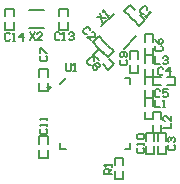
<source format=gto>
G04 Layer_Color=65535*
%FSLAX24Y24*%
%MOIN*%
G70*
G01*
G75*
%ADD21C,0.0060*%
%ADD27C,0.0098*%
%ADD28C,0.0079*%
%ADD29C,0.0050*%
D21*
X1173Y3220D02*
X1270Y3123D01*
X212Y2900D02*
X630Y3318D01*
X311Y2370D02*
X414Y2267D01*
X950Y2162D02*
X1365Y2577D01*
X1473Y2922D02*
X1668Y3117D01*
X972Y3423D02*
X1167Y3618D01*
X1348Y3437D01*
X1487Y3298D02*
X1668Y3117D01*
X972Y3423D02*
X1153Y3242D01*
X1292Y3103D02*
X1473Y2922D01*
X-78Y2373D02*
X117Y2568D01*
X423Y1872D02*
X618Y2067D01*
X242Y2053D02*
X423Y1872D01*
X-78Y2373D02*
X103Y2192D01*
X437Y2248D02*
X618Y2067D01*
X117Y2568D02*
X298Y2387D01*
X2082Y-1354D02*
X2358D01*
X2082Y-646D02*
X2358D01*
Y-902D02*
Y-646D01*
Y-1354D02*
Y-1098D01*
X2082Y-902D02*
Y-646D01*
Y-1354D02*
Y-1098D01*
X2654Y952D02*
Y1228D01*
X1946Y952D02*
Y1228D01*
X2202D01*
X2398D02*
X2654D01*
X1946Y952D02*
X2202D01*
X2398D02*
X2654D01*
X1652Y1224D02*
X1928D01*
X1652Y516D02*
X1928D01*
X1652D02*
Y772D01*
Y968D02*
Y1224D01*
X1928Y516D02*
Y772D01*
Y968D02*
Y1224D01*
X1652Y2644D02*
X1928D01*
X1652Y1936D02*
X1928D01*
X1652D02*
Y2192D01*
Y2388D02*
Y2644D01*
X1928Y1936D02*
Y2192D01*
Y2388D02*
Y2644D01*
X-1858Y1472D02*
X-1582D01*
X-1858Y764D02*
X-1582D01*
X-1858D02*
Y1020D01*
Y1217D02*
Y1472D01*
X-1582Y764D02*
Y1020D01*
Y1217D02*
Y1472D01*
X-58Y1953D02*
X137Y2148D01*
X443Y1452D02*
X638Y1647D01*
X262Y1633D02*
X443Y1452D01*
X-58Y1953D02*
X123Y1772D01*
X457Y1828D02*
X638Y1647D01*
X137Y2148D02*
X318Y1967D01*
X1152Y2074D02*
X1428D01*
X1152Y1366D02*
X1428D01*
X1152D02*
Y1622D01*
Y1818D02*
Y2074D01*
X1428Y1366D02*
Y1622D01*
Y1818D02*
Y2074D01*
X1702Y-1354D02*
X1978D01*
X1702Y-646D02*
X1978D01*
Y-902D02*
Y-646D01*
Y-1354D02*
Y-1098D01*
X1702Y-902D02*
Y-646D01*
Y-1354D02*
Y-1098D01*
X-1858Y-1474D02*
X-1582D01*
X-1858Y-766D02*
X-1582D01*
Y-1022D02*
Y-766D01*
Y-1474D02*
Y-1218D01*
X-1858Y-1022D02*
Y-766D01*
Y-1474D02*
Y-1218D01*
X-1188Y2786D02*
X-912D01*
X-1188Y3494D02*
X-912D01*
Y3238D02*
Y3494D01*
Y2786D02*
Y3042D01*
X-1188Y3238D02*
Y3494D01*
Y2786D02*
Y3042D01*
X-2988Y2786D02*
X-2712D01*
X-2988Y3494D02*
X-2712D01*
Y3238D02*
Y3494D01*
Y2786D02*
Y3042D01*
X-2988Y3238D02*
Y3494D01*
Y2786D02*
Y3042D01*
X1928Y258D02*
Y514D01*
Y-194D02*
Y62D01*
X1652Y258D02*
Y514D01*
Y-194D02*
Y62D01*
Y-194D02*
X1928D01*
X1652Y514D02*
X1928D01*
X2208Y-192D02*
Y64D01*
Y-644D02*
Y-388D01*
X1932Y-192D02*
Y64D01*
Y-644D02*
Y-388D01*
Y-644D02*
X2208D01*
X1932Y64D02*
X2208D01*
X1928Y1678D02*
Y1934D01*
Y1226D02*
Y1482D01*
X1652Y1678D02*
Y1934D01*
Y1226D02*
Y1482D01*
Y1226D02*
X1928D01*
X1652Y1934D02*
X1928D01*
X652Y-1486D02*
X948D01*
X652Y-2174D02*
X948D01*
X652D02*
Y-1928D01*
Y-1732D02*
Y-1486D01*
X948Y-2174D02*
Y-1928D01*
Y-1732D02*
Y-1486D01*
D27*
X-1486Y866D02*
G03*
X-1486Y866I-49J0D01*
G01*
D28*
X-1181Y-1181D02*
Y-984D01*
Y-1181D02*
X-984D01*
X984D02*
X1181D01*
Y-984D01*
Y984D02*
Y1181D01*
X984D02*
X1181D01*
X-1181Y984D02*
X-984Y1181D01*
X-2186Y2845D02*
X-1714D01*
X-2186Y3435D02*
X-1714D01*
D29*
X-2170Y2700D02*
X-2003Y2450D01*
Y2700D02*
X-2170Y2450D01*
X-1753D02*
X-1920D01*
X-1753Y2617D01*
Y2658D01*
X-1795Y2700D01*
X-1878D01*
X-1920Y2658D01*
X-2833Y2638D02*
X-2875Y2680D01*
X-2958D01*
X-3000Y2638D01*
Y2472D01*
X-2958Y2430D01*
X-2875D01*
X-2833Y2472D01*
X-2750Y2430D02*
X-2667D01*
X-2708D01*
Y2680D01*
X-2750Y2638D01*
X-2417Y2430D02*
Y2680D01*
X-2542Y2555D01*
X-2375D01*
X-1173Y2658D02*
X-1215Y2700D01*
X-1298D01*
X-1340Y2658D01*
Y2492D01*
X-1298Y2450D01*
X-1215D01*
X-1173Y2492D01*
X-1090Y2450D02*
X-1007D01*
X-1048D01*
Y2700D01*
X-1090Y2658D01*
X-882D02*
X-840Y2700D01*
X-757D01*
X-715Y2658D01*
Y2617D01*
X-757Y2575D01*
X-799D01*
X-757D01*
X-715Y2533D01*
Y2492D01*
X-757Y2450D01*
X-840D01*
X-882Y2492D01*
X2000Y1900D02*
Y1650D01*
X2167D01*
X2250Y1858D02*
X2292Y1900D01*
X2375D01*
X2417Y1858D01*
Y1817D01*
X2375Y1775D01*
X2333D01*
X2375D01*
X2417Y1733D01*
Y1692D01*
X2375Y1650D01*
X2292D01*
X2250Y1692D01*
X2280Y-500D02*
X2530D01*
Y-333D01*
Y-83D02*
Y-250D01*
X2363Y-83D01*
X2322D01*
X2280Y-125D01*
Y-208D01*
X2322Y-250D01*
X2000Y450D02*
Y200D01*
X2167D01*
X2250D02*
X2333D01*
X2292D01*
Y450D01*
X2250Y408D01*
X2042Y2247D02*
X2000Y2205D01*
Y2122D01*
X2042Y2080D01*
X2208D01*
X2250Y2122D01*
Y2205D01*
X2208Y2247D01*
X2000Y2497D02*
X2042Y2413D01*
X2125Y2330D01*
X2208D01*
X2250Y2372D01*
Y2455D01*
X2208Y2497D01*
X2167D01*
X2125Y2455D01*
Y2330D01*
X2167Y758D02*
X2125Y800D01*
X2042D01*
X2000Y758D01*
Y592D01*
X2042Y550D01*
X2125D01*
X2167Y592D01*
X2417Y800D02*
X2250D01*
Y675D01*
X2333Y717D01*
X2375D01*
X2417Y675D01*
Y592D01*
X2375Y550D01*
X2292D01*
X2250Y592D01*
X2462Y-1043D02*
X2420Y-1085D01*
Y-1168D01*
X2462Y-1210D01*
X2628D01*
X2670Y-1168D01*
Y-1085D01*
X2628Y-1043D01*
X2462Y-960D02*
X2420Y-918D01*
Y-835D01*
X2462Y-793D01*
X2503D01*
X2545Y-835D01*
Y-877D01*
Y-835D01*
X2587Y-793D01*
X2628D01*
X2670Y-835D01*
Y-918D01*
X2628Y-960D01*
X2277Y1498D02*
X2235Y1540D01*
X2152D01*
X2110Y1498D01*
Y1332D01*
X2152Y1290D01*
X2235D01*
X2277Y1332D01*
X2485Y1290D02*
Y1540D01*
X2360Y1415D01*
X2527D01*
X-165Y2769D02*
Y2828D01*
X-224Y2887D01*
X-283D01*
X-401Y2769D01*
Y2711D01*
X-342Y2652D01*
X-283D01*
X-135Y2445D02*
X-253Y2563D01*
X-18D01*
X12Y2593D01*
Y2652D01*
X-47Y2711D01*
X-106D01*
X872Y1787D02*
X830Y1745D01*
Y1662D01*
X872Y1620D01*
X1038D01*
X1080Y1662D01*
Y1745D01*
X1038Y1787D01*
Y1870D02*
X1080Y1912D01*
Y1995D01*
X1038Y2037D01*
X872D01*
X830Y1995D01*
Y1912D01*
X872Y1870D01*
X913D01*
X955Y1912D01*
Y2037D01*
X-1801Y1919D02*
X-1842Y1877D01*
Y1794D01*
X-1801Y1752D01*
X-1634D01*
X-1593Y1794D01*
Y1877D01*
X-1634Y1919D01*
X-1842Y2002D02*
Y2168D01*
X-1801D01*
X-1634Y2002D01*
X-1593D01*
X-25Y1749D02*
Y1808D01*
X-84Y1867D01*
X-143D01*
X-261Y1749D01*
Y1691D01*
X-202Y1632D01*
X-143D01*
X34Y1691D02*
X93D01*
X152Y1632D01*
Y1573D01*
X122Y1543D01*
X63D01*
X63Y1484D01*
X34Y1455D01*
X-25D01*
X-84Y1514D01*
Y1573D01*
X-54Y1602D01*
X5Y1602D01*
Y1661D01*
X34Y1691D01*
X5Y1602D02*
X63Y1543D01*
X-1800Y-513D02*
X-1842Y-555D01*
Y-638D01*
X-1800Y-680D01*
X-1634D01*
X-1592Y-638D01*
Y-555D01*
X-1634Y-513D01*
X-1592Y-430D02*
Y-347D01*
Y-388D01*
X-1842D01*
X-1800Y-430D01*
X-1592Y-222D02*
Y-139D01*
Y-180D01*
X-1842D01*
X-1800Y-222D01*
X-970Y1670D02*
Y1462D01*
X-928Y1420D01*
X-845D01*
X-803Y1462D01*
Y1670D01*
X-720Y1420D02*
X-637D01*
X-678D01*
Y1670D01*
X-720Y1628D01*
X63Y3227D02*
X358Y3168D01*
X181Y3345D02*
X240Y3050D01*
X417Y3227D02*
X476Y3286D01*
X446Y3256D01*
X269Y3433D01*
Y3374D01*
X1745Y3449D02*
Y3508D01*
X1686Y3567D01*
X1627D01*
X1509Y3449D01*
Y3391D01*
X1568Y3332D01*
X1627D01*
X1657Y3243D02*
X1716Y3184D01*
X1686Y3214D01*
X1863Y3391D01*
X1804D01*
X1432Y-1143D02*
X1390Y-1185D01*
Y-1268D01*
X1432Y-1310D01*
X1598D01*
X1640Y-1268D01*
Y-1185D01*
X1598Y-1143D01*
X1640Y-1060D02*
Y-977D01*
Y-1018D01*
X1390D01*
X1432Y-1060D01*
Y-852D02*
X1390Y-810D01*
Y-727D01*
X1432Y-685D01*
X1598D01*
X1640Y-727D01*
Y-810D01*
X1598Y-852D01*
X1432D01*
X560Y-2020D02*
X310D01*
Y-1895D01*
X352Y-1853D01*
X435D01*
X477Y-1895D01*
Y-2020D01*
Y-1937D02*
X560Y-1853D01*
Y-1770D02*
Y-1687D01*
Y-1728D01*
X310D01*
X352Y-1770D01*
M02*

</source>
